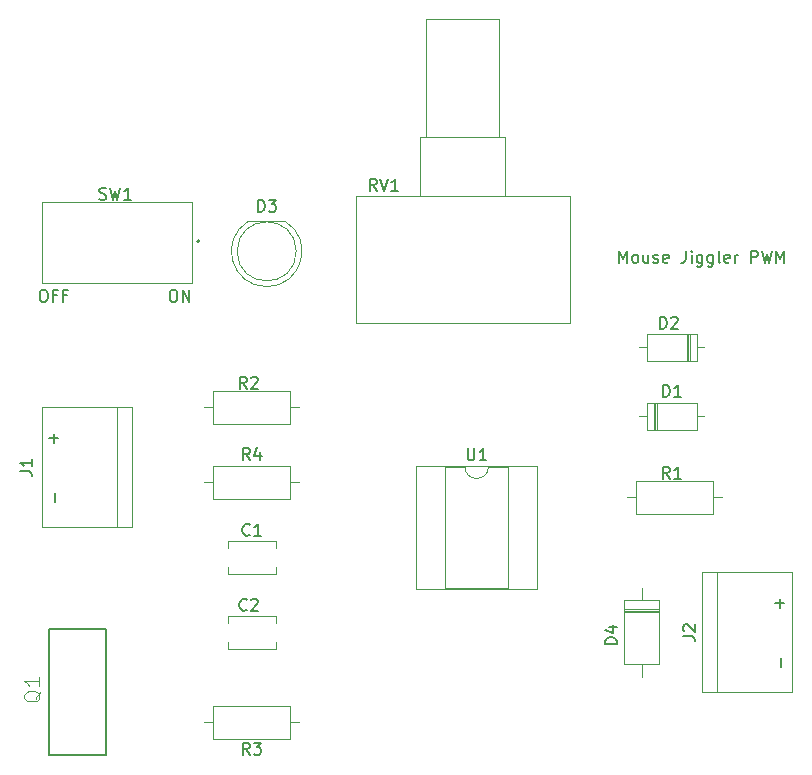
<source format=gto>
%TF.GenerationSoftware,KiCad,Pcbnew,(5.1.9)-1*%
%TF.CreationDate,2022-05-29T14:43:03-04:00*%
%TF.ProjectId,mouse-jiggler,6d6f7573-652d-46a6-9967-676c65722e6b,rev?*%
%TF.SameCoordinates,Original*%
%TF.FileFunction,Legend,Top*%
%TF.FilePolarity,Positive*%
%FSLAX46Y46*%
G04 Gerber Fmt 4.6, Leading zero omitted, Abs format (unit mm)*
G04 Created by KiCad (PCBNEW (5.1.9)-1) date 2022-05-29 14:43:03*
%MOMM*%
%LPD*%
G01*
G04 APERTURE LIST*
%ADD10C,0.150000*%
%ADD11C,0.200000*%
%ADD12C,0.100000*%
%ADD13C,0.120000*%
%ADD14C,2.775000*%
%ADD15C,2.200000*%
%ADD16R,2.070000X2.070000*%
%ADD17C,2.070000*%
%ADD18C,1.600000*%
%ADD19R,1.600000X1.600000*%
%ADD20O,1.600000X1.600000*%
%ADD21R,1.800000X1.800000*%
%ADD22C,1.800000*%
%ADD23R,2.200000X2.200000*%
%ADD24O,2.200000X2.200000*%
%ADD25R,3.000000X3.000000*%
%ADD26C,3.000000*%
%ADD27C,2.340000*%
G04 APERTURE END LIST*
D10*
X115633619Y-82764380D02*
X115824095Y-82764380D01*
X115919333Y-82812000D01*
X116014571Y-82907238D01*
X116062190Y-83097714D01*
X116062190Y-83431047D01*
X116014571Y-83621523D01*
X115919333Y-83716761D01*
X115824095Y-83764380D01*
X115633619Y-83764380D01*
X115538380Y-83716761D01*
X115443142Y-83621523D01*
X115395523Y-83431047D01*
X115395523Y-83097714D01*
X115443142Y-82907238D01*
X115538380Y-82812000D01*
X115633619Y-82764380D01*
X116824095Y-83240571D02*
X116490761Y-83240571D01*
X116490761Y-83764380D02*
X116490761Y-82764380D01*
X116966952Y-82764380D01*
X117681238Y-83240571D02*
X117347904Y-83240571D01*
X117347904Y-83764380D02*
X117347904Y-82764380D01*
X117824095Y-82764380D01*
X126634952Y-82764380D02*
X126825428Y-82764380D01*
X126920666Y-82812000D01*
X127015904Y-82907238D01*
X127063523Y-83097714D01*
X127063523Y-83431047D01*
X127015904Y-83621523D01*
X126920666Y-83716761D01*
X126825428Y-83764380D01*
X126634952Y-83764380D01*
X126539714Y-83716761D01*
X126444476Y-83621523D01*
X126396857Y-83431047D01*
X126396857Y-83097714D01*
X126444476Y-82907238D01*
X126539714Y-82812000D01*
X126634952Y-82764380D01*
X127492095Y-83764380D02*
X127492095Y-82764380D01*
X128063523Y-83764380D01*
X128063523Y-82764380D01*
X116657428Y-100710952D02*
X116657428Y-99949047D01*
X116205047Y-95321428D02*
X116966952Y-95321428D01*
X116586000Y-95702380D02*
X116586000Y-94940476D01*
X178125428Y-114680952D02*
X178125428Y-113919047D01*
X177673047Y-109291428D02*
X178434952Y-109291428D01*
X178054000Y-109672380D02*
X178054000Y-108910476D01*
X164450000Y-80462380D02*
X164450000Y-79462380D01*
X164783333Y-80176666D01*
X165116666Y-79462380D01*
X165116666Y-80462380D01*
X165735714Y-80462380D02*
X165640476Y-80414761D01*
X165592857Y-80367142D01*
X165545238Y-80271904D01*
X165545238Y-79986190D01*
X165592857Y-79890952D01*
X165640476Y-79843333D01*
X165735714Y-79795714D01*
X165878571Y-79795714D01*
X165973809Y-79843333D01*
X166021428Y-79890952D01*
X166069047Y-79986190D01*
X166069047Y-80271904D01*
X166021428Y-80367142D01*
X165973809Y-80414761D01*
X165878571Y-80462380D01*
X165735714Y-80462380D01*
X166926190Y-79795714D02*
X166926190Y-80462380D01*
X166497619Y-79795714D02*
X166497619Y-80319523D01*
X166545238Y-80414761D01*
X166640476Y-80462380D01*
X166783333Y-80462380D01*
X166878571Y-80414761D01*
X166926190Y-80367142D01*
X167354761Y-80414761D02*
X167450000Y-80462380D01*
X167640476Y-80462380D01*
X167735714Y-80414761D01*
X167783333Y-80319523D01*
X167783333Y-80271904D01*
X167735714Y-80176666D01*
X167640476Y-80129047D01*
X167497619Y-80129047D01*
X167402380Y-80081428D01*
X167354761Y-79986190D01*
X167354761Y-79938571D01*
X167402380Y-79843333D01*
X167497619Y-79795714D01*
X167640476Y-79795714D01*
X167735714Y-79843333D01*
X168592857Y-80414761D02*
X168497619Y-80462380D01*
X168307142Y-80462380D01*
X168211904Y-80414761D01*
X168164285Y-80319523D01*
X168164285Y-79938571D01*
X168211904Y-79843333D01*
X168307142Y-79795714D01*
X168497619Y-79795714D01*
X168592857Y-79843333D01*
X168640476Y-79938571D01*
X168640476Y-80033809D01*
X168164285Y-80129047D01*
X170116666Y-79462380D02*
X170116666Y-80176666D01*
X170069047Y-80319523D01*
X169973809Y-80414761D01*
X169830952Y-80462380D01*
X169735714Y-80462380D01*
X170592857Y-80462380D02*
X170592857Y-79795714D01*
X170592857Y-79462380D02*
X170545238Y-79510000D01*
X170592857Y-79557619D01*
X170640476Y-79510000D01*
X170592857Y-79462380D01*
X170592857Y-79557619D01*
X171497619Y-79795714D02*
X171497619Y-80605238D01*
X171450000Y-80700476D01*
X171402380Y-80748095D01*
X171307142Y-80795714D01*
X171164285Y-80795714D01*
X171069047Y-80748095D01*
X171497619Y-80414761D02*
X171402380Y-80462380D01*
X171211904Y-80462380D01*
X171116666Y-80414761D01*
X171069047Y-80367142D01*
X171021428Y-80271904D01*
X171021428Y-79986190D01*
X171069047Y-79890952D01*
X171116666Y-79843333D01*
X171211904Y-79795714D01*
X171402380Y-79795714D01*
X171497619Y-79843333D01*
X172402380Y-79795714D02*
X172402380Y-80605238D01*
X172354761Y-80700476D01*
X172307142Y-80748095D01*
X172211904Y-80795714D01*
X172069047Y-80795714D01*
X171973809Y-80748095D01*
X172402380Y-80414761D02*
X172307142Y-80462380D01*
X172116666Y-80462380D01*
X172021428Y-80414761D01*
X171973809Y-80367142D01*
X171926190Y-80271904D01*
X171926190Y-79986190D01*
X171973809Y-79890952D01*
X172021428Y-79843333D01*
X172116666Y-79795714D01*
X172307142Y-79795714D01*
X172402380Y-79843333D01*
X173021428Y-80462380D02*
X172926190Y-80414761D01*
X172878571Y-80319523D01*
X172878571Y-79462380D01*
X173783333Y-80414761D02*
X173688095Y-80462380D01*
X173497619Y-80462380D01*
X173402380Y-80414761D01*
X173354761Y-80319523D01*
X173354761Y-79938571D01*
X173402380Y-79843333D01*
X173497619Y-79795714D01*
X173688095Y-79795714D01*
X173783333Y-79843333D01*
X173830952Y-79938571D01*
X173830952Y-80033809D01*
X173354761Y-80129047D01*
X174259523Y-80462380D02*
X174259523Y-79795714D01*
X174259523Y-79986190D02*
X174307142Y-79890952D01*
X174354761Y-79843333D01*
X174450000Y-79795714D01*
X174545238Y-79795714D01*
X175640476Y-80462380D02*
X175640476Y-79462380D01*
X176021428Y-79462380D01*
X176116666Y-79510000D01*
X176164285Y-79557619D01*
X176211904Y-79652857D01*
X176211904Y-79795714D01*
X176164285Y-79890952D01*
X176116666Y-79938571D01*
X176021428Y-79986190D01*
X175640476Y-79986190D01*
X176545238Y-79462380D02*
X176783333Y-80462380D01*
X176973809Y-79748095D01*
X177164285Y-80462380D01*
X177402380Y-79462380D01*
X177783333Y-80462380D02*
X177783333Y-79462380D01*
X178116666Y-80176666D01*
X178450000Y-79462380D01*
X178450000Y-80462380D01*
D11*
%TO.C,SW1*%
X128820000Y-78740000D02*
G75*
G03*
X128820000Y-78540000I0J100000D01*
G01*
X128820000Y-78540000D02*
G75*
G03*
X128820000Y-78740000I0J-100000D01*
G01*
D12*
X128270000Y-82170000D02*
X115570000Y-82170000D01*
X115570000Y-82170000D02*
X115570000Y-75310000D01*
X115570000Y-75310000D02*
X128270000Y-75310000D01*
X128270000Y-75310000D02*
X128270000Y-82170000D01*
D11*
X128820000Y-78740000D02*
X128820000Y-78740000D01*
X128820000Y-78540000D02*
X128820000Y-78540000D01*
%TO.C,Q1*%
X120985000Y-111505000D02*
X116155000Y-111505000D01*
X116155000Y-111505000D02*
X116155000Y-122175000D01*
X116155000Y-122175000D02*
X119380000Y-122175000D01*
X120985000Y-111505000D02*
X120985000Y-122130000D01*
X119380000Y-122175000D02*
X120985000Y-122175000D01*
D13*
%TO.C,C1*%
X135390000Y-106830000D02*
X131350000Y-106830000D01*
X135390000Y-103990000D02*
X131350000Y-103990000D01*
X135390000Y-106830000D02*
X135390000Y-106205000D01*
X135390000Y-104615000D02*
X135390000Y-103990000D01*
X131350000Y-106830000D02*
X131350000Y-106205000D01*
X131350000Y-104615000D02*
X131350000Y-103990000D01*
%TO.C,C2*%
X131350000Y-110965000D02*
X131350000Y-110340000D01*
X131350000Y-113180000D02*
X131350000Y-112555000D01*
X135390000Y-110965000D02*
X135390000Y-110340000D01*
X135390000Y-113180000D02*
X135390000Y-112555000D01*
X135390000Y-110340000D02*
X131350000Y-110340000D01*
X135390000Y-113180000D02*
X131350000Y-113180000D01*
%TO.C,D1*%
X166790000Y-92352000D02*
X166790000Y-94592000D01*
X166790000Y-94592000D02*
X171030000Y-94592000D01*
X171030000Y-94592000D02*
X171030000Y-92352000D01*
X171030000Y-92352000D02*
X166790000Y-92352000D01*
X166140000Y-93472000D02*
X166790000Y-93472000D01*
X171680000Y-93472000D02*
X171030000Y-93472000D01*
X167510000Y-92352000D02*
X167510000Y-94592000D01*
X167630000Y-92352000D02*
X167630000Y-94592000D01*
X167390000Y-92352000D02*
X167390000Y-94592000D01*
%TO.C,D2*%
X170430000Y-88750000D02*
X170430000Y-86510000D01*
X170190000Y-88750000D02*
X170190000Y-86510000D01*
X170310000Y-88750000D02*
X170310000Y-86510000D01*
X166140000Y-87630000D02*
X166790000Y-87630000D01*
X171680000Y-87630000D02*
X171030000Y-87630000D01*
X166790000Y-88750000D02*
X171030000Y-88750000D01*
X166790000Y-86510000D02*
X166790000Y-88750000D01*
X171030000Y-86510000D02*
X166790000Y-86510000D01*
X171030000Y-88750000D02*
X171030000Y-86510000D01*
%TO.C,D3*%
X137120000Y-79502000D02*
G75*
G03*
X137120000Y-79502000I-2500000J0D01*
G01*
X136165000Y-76942000D02*
X133075000Y-76942000D01*
X134619538Y-82492000D02*
G75*
G03*
X136164830Y-76942000I462J2990000D01*
G01*
X134620462Y-82492000D02*
G75*
G02*
X133075170Y-76942000I-462J2990000D01*
G01*
%TO.C,D4*%
X167840000Y-109040000D02*
X164900000Y-109040000D01*
X164900000Y-109040000D02*
X164900000Y-114480000D01*
X164900000Y-114480000D02*
X167840000Y-114480000D01*
X167840000Y-114480000D02*
X167840000Y-109040000D01*
X166370000Y-108020000D02*
X166370000Y-109040000D01*
X166370000Y-115500000D02*
X166370000Y-114480000D01*
X167840000Y-109940000D02*
X164900000Y-109940000D01*
X167840000Y-110060000D02*
X164900000Y-110060000D01*
X167840000Y-109820000D02*
X164900000Y-109820000D01*
%TO.C,J1*%
X121920000Y-92710000D02*
X121920000Y-102870000D01*
X123190000Y-92710000D02*
X115570000Y-92710000D01*
X115570000Y-92710000D02*
X115570000Y-102870000D01*
X115570000Y-102870000D02*
X123190000Y-102870000D01*
X123190000Y-102870000D02*
X123190000Y-92710000D01*
%TO.C,J2*%
X171450000Y-106680000D02*
X171450000Y-116840000D01*
X179070000Y-106680000D02*
X171450000Y-106680000D01*
X179070000Y-116840000D02*
X179070000Y-106680000D01*
X171450000Y-116840000D02*
X179070000Y-116840000D01*
X172720000Y-116840000D02*
X172720000Y-106680000D01*
%TO.C,R1*%
X165124000Y-100330000D02*
X165894000Y-100330000D01*
X173204000Y-100330000D02*
X172434000Y-100330000D01*
X165894000Y-101700000D02*
X172434000Y-101700000D01*
X165894000Y-98960000D02*
X165894000Y-101700000D01*
X172434000Y-98960000D02*
X165894000Y-98960000D01*
X172434000Y-101700000D02*
X172434000Y-98960000D01*
%TO.C,R2*%
X136620000Y-94080000D02*
X136620000Y-91340000D01*
X136620000Y-91340000D02*
X130080000Y-91340000D01*
X130080000Y-91340000D02*
X130080000Y-94080000D01*
X130080000Y-94080000D02*
X136620000Y-94080000D01*
X137390000Y-92710000D02*
X136620000Y-92710000D01*
X129310000Y-92710000D02*
X130080000Y-92710000D01*
%TO.C,R3*%
X137390000Y-119380000D02*
X136620000Y-119380000D01*
X129310000Y-119380000D02*
X130080000Y-119380000D01*
X136620000Y-118010000D02*
X130080000Y-118010000D01*
X136620000Y-120750000D02*
X136620000Y-118010000D01*
X130080000Y-120750000D02*
X136620000Y-120750000D01*
X130080000Y-118010000D02*
X130080000Y-120750000D01*
%TO.C,R4*%
X130080000Y-97690000D02*
X130080000Y-100430000D01*
X130080000Y-100430000D02*
X136620000Y-100430000D01*
X136620000Y-100430000D02*
X136620000Y-97690000D01*
X136620000Y-97690000D02*
X130080000Y-97690000D01*
X129310000Y-99060000D02*
X130080000Y-99060000D01*
X137390000Y-99060000D02*
X136620000Y-99060000D01*
%TO.C,RV1*%
X142140000Y-85560000D02*
X142140000Y-74820000D01*
X160280000Y-85560000D02*
X160280000Y-74820000D01*
X142140000Y-85560000D02*
X160280000Y-85560000D01*
X142140000Y-74820000D02*
X160280000Y-74820000D01*
X147590000Y-74820000D02*
X147590000Y-69820000D01*
X154830000Y-74820000D02*
X154830000Y-69820000D01*
X147590000Y-74820000D02*
X154830000Y-74820000D01*
X147590000Y-69820000D02*
X154830000Y-69820000D01*
X148090000Y-69820000D02*
X148090000Y-59820000D01*
X154331000Y-69820000D02*
X154331000Y-59820000D01*
X148090000Y-69820000D02*
X154331000Y-69820000D01*
X148090000Y-59820000D02*
X154331000Y-59820000D01*
%TO.C,U1*%
X151400000Y-97730000D02*
X149750000Y-97730000D01*
X149750000Y-97730000D02*
X149750000Y-108010000D01*
X149750000Y-108010000D02*
X155050000Y-108010000D01*
X155050000Y-108010000D02*
X155050000Y-97730000D01*
X155050000Y-97730000D02*
X153400000Y-97730000D01*
X147260000Y-97670000D02*
X147260000Y-108070000D01*
X147260000Y-108070000D02*
X157540000Y-108070000D01*
X157540000Y-108070000D02*
X157540000Y-97670000D01*
X157540000Y-97670000D02*
X147260000Y-97670000D01*
X153400000Y-97730000D02*
G75*
G02*
X151400000Y-97730000I-1000000J0D01*
G01*
%TO.C,SW1*%
D10*
X120462635Y-75080761D02*
X120605492Y-75128380D01*
X120843588Y-75128380D01*
X120938826Y-75080761D01*
X120986445Y-75033142D01*
X121034064Y-74937904D01*
X121034064Y-74842666D01*
X120986445Y-74747428D01*
X120938826Y-74699809D01*
X120843588Y-74652190D01*
X120653111Y-74604571D01*
X120557873Y-74556952D01*
X120510254Y-74509333D01*
X120462635Y-74414095D01*
X120462635Y-74318857D01*
X120510254Y-74223619D01*
X120557873Y-74176000D01*
X120653111Y-74128380D01*
X120891207Y-74128380D01*
X121034064Y-74176000D01*
X121367397Y-74128380D02*
X121605492Y-75128380D01*
X121795969Y-74414095D01*
X121986445Y-75128380D01*
X122224540Y-74128380D01*
X123129302Y-75128380D02*
X122557873Y-75128380D01*
X122843588Y-75128380D02*
X122843588Y-74128380D01*
X122748349Y-74271238D01*
X122653111Y-74366476D01*
X122557873Y-74414095D01*
%TO.C,Q1*%
D12*
X115503476Y-116706952D02*
X115443000Y-116827904D01*
X115322047Y-116948857D01*
X115140619Y-117130285D01*
X115080142Y-117251238D01*
X115080142Y-117372190D01*
X115382523Y-117311714D02*
X115322047Y-117432666D01*
X115201095Y-117553619D01*
X114959190Y-117614095D01*
X114535857Y-117614095D01*
X114293952Y-117553619D01*
X114173000Y-117432666D01*
X114112523Y-117311714D01*
X114112523Y-117069809D01*
X114173000Y-116948857D01*
X114293952Y-116827904D01*
X114535857Y-116767428D01*
X114959190Y-116767428D01*
X115201095Y-116827904D01*
X115322047Y-116948857D01*
X115382523Y-117069809D01*
X115382523Y-117311714D01*
X115382523Y-115557904D02*
X115382523Y-116283619D01*
X115382523Y-115920761D02*
X114112523Y-115920761D01*
X114293952Y-116041714D01*
X114414904Y-116162666D01*
X114475380Y-116283619D01*
%TO.C,C1*%
D10*
X133183333Y-103481142D02*
X133135714Y-103528761D01*
X132992857Y-103576380D01*
X132897619Y-103576380D01*
X132754761Y-103528761D01*
X132659523Y-103433523D01*
X132611904Y-103338285D01*
X132564285Y-103147809D01*
X132564285Y-103004952D01*
X132611904Y-102814476D01*
X132659523Y-102719238D01*
X132754761Y-102624000D01*
X132897619Y-102576380D01*
X132992857Y-102576380D01*
X133135714Y-102624000D01*
X133183333Y-102671619D01*
X134135714Y-103576380D02*
X133564285Y-103576380D01*
X133850000Y-103576380D02*
X133850000Y-102576380D01*
X133754761Y-102719238D01*
X133659523Y-102814476D01*
X133564285Y-102862095D01*
%TO.C,C2*%
X132929333Y-109831142D02*
X132881714Y-109878761D01*
X132738857Y-109926380D01*
X132643619Y-109926380D01*
X132500761Y-109878761D01*
X132405523Y-109783523D01*
X132357904Y-109688285D01*
X132310285Y-109497809D01*
X132310285Y-109354952D01*
X132357904Y-109164476D01*
X132405523Y-109069238D01*
X132500761Y-108974000D01*
X132643619Y-108926380D01*
X132738857Y-108926380D01*
X132881714Y-108974000D01*
X132929333Y-109021619D01*
X133310285Y-109021619D02*
X133357904Y-108974000D01*
X133453142Y-108926380D01*
X133691238Y-108926380D01*
X133786476Y-108974000D01*
X133834095Y-109021619D01*
X133881714Y-109116857D01*
X133881714Y-109212095D01*
X133834095Y-109354952D01*
X133262666Y-109926380D01*
X133881714Y-109926380D01*
%TO.C,D1*%
X168171904Y-91804380D02*
X168171904Y-90804380D01*
X168410000Y-90804380D01*
X168552857Y-90852000D01*
X168648095Y-90947238D01*
X168695714Y-91042476D01*
X168743333Y-91232952D01*
X168743333Y-91375809D01*
X168695714Y-91566285D01*
X168648095Y-91661523D01*
X168552857Y-91756761D01*
X168410000Y-91804380D01*
X168171904Y-91804380D01*
X169695714Y-91804380D02*
X169124285Y-91804380D01*
X169410000Y-91804380D02*
X169410000Y-90804380D01*
X169314761Y-90947238D01*
X169219523Y-91042476D01*
X169124285Y-91090095D01*
%TO.C,D2*%
X167917904Y-86050380D02*
X167917904Y-85050380D01*
X168156000Y-85050380D01*
X168298857Y-85098000D01*
X168394095Y-85193238D01*
X168441714Y-85288476D01*
X168489333Y-85478952D01*
X168489333Y-85621809D01*
X168441714Y-85812285D01*
X168394095Y-85907523D01*
X168298857Y-86002761D01*
X168156000Y-86050380D01*
X167917904Y-86050380D01*
X168870285Y-85145619D02*
X168917904Y-85098000D01*
X169013142Y-85050380D01*
X169251238Y-85050380D01*
X169346476Y-85098000D01*
X169394095Y-85145619D01*
X169441714Y-85240857D01*
X169441714Y-85336095D01*
X169394095Y-85478952D01*
X168822666Y-86050380D01*
X169441714Y-86050380D01*
%TO.C,D3*%
X133881904Y-76144380D02*
X133881904Y-75144380D01*
X134120000Y-75144380D01*
X134262857Y-75192000D01*
X134358095Y-75287238D01*
X134405714Y-75382476D01*
X134453333Y-75572952D01*
X134453333Y-75715809D01*
X134405714Y-75906285D01*
X134358095Y-76001523D01*
X134262857Y-76096761D01*
X134120000Y-76144380D01*
X133881904Y-76144380D01*
X134786666Y-75144380D02*
X135405714Y-75144380D01*
X135072380Y-75525333D01*
X135215238Y-75525333D01*
X135310476Y-75572952D01*
X135358095Y-75620571D01*
X135405714Y-75715809D01*
X135405714Y-75953904D01*
X135358095Y-76049142D01*
X135310476Y-76096761D01*
X135215238Y-76144380D01*
X134929523Y-76144380D01*
X134834285Y-76096761D01*
X134786666Y-76049142D01*
%TO.C,D4*%
X164282380Y-112752095D02*
X163282380Y-112752095D01*
X163282380Y-112514000D01*
X163330000Y-112371142D01*
X163425238Y-112275904D01*
X163520476Y-112228285D01*
X163710952Y-112180666D01*
X163853809Y-112180666D01*
X164044285Y-112228285D01*
X164139523Y-112275904D01*
X164234761Y-112371142D01*
X164282380Y-112514000D01*
X164282380Y-112752095D01*
X163615714Y-111323523D02*
X164282380Y-111323523D01*
X163234761Y-111561619D02*
X163949047Y-111799714D01*
X163949047Y-111180666D01*
%TO.C,J1*%
X113752380Y-98123333D02*
X114466666Y-98123333D01*
X114609523Y-98170952D01*
X114704761Y-98266190D01*
X114752380Y-98409047D01*
X114752380Y-98504285D01*
X114752380Y-97123333D02*
X114752380Y-97694761D01*
X114752380Y-97409047D02*
X113752380Y-97409047D01*
X113895238Y-97504285D01*
X113990476Y-97599523D01*
X114038095Y-97694761D01*
%TO.C,J2*%
X169886380Y-112093333D02*
X170600666Y-112093333D01*
X170743523Y-112140952D01*
X170838761Y-112236190D01*
X170886380Y-112379047D01*
X170886380Y-112474285D01*
X169981619Y-111664761D02*
X169934000Y-111617142D01*
X169886380Y-111521904D01*
X169886380Y-111283809D01*
X169934000Y-111188571D01*
X169981619Y-111140952D01*
X170076857Y-111093333D01*
X170172095Y-111093333D01*
X170314952Y-111140952D01*
X170886380Y-111712380D01*
X170886380Y-111093333D01*
%TO.C,R1*%
X168743333Y-98750380D02*
X168410000Y-98274190D01*
X168171904Y-98750380D02*
X168171904Y-97750380D01*
X168552857Y-97750380D01*
X168648095Y-97798000D01*
X168695714Y-97845619D01*
X168743333Y-97940857D01*
X168743333Y-98083714D01*
X168695714Y-98178952D01*
X168648095Y-98226571D01*
X168552857Y-98274190D01*
X168171904Y-98274190D01*
X169695714Y-98750380D02*
X169124285Y-98750380D01*
X169410000Y-98750380D02*
X169410000Y-97750380D01*
X169314761Y-97893238D01*
X169219523Y-97988476D01*
X169124285Y-98036095D01*
%TO.C,R2*%
X132929333Y-91130380D02*
X132596000Y-90654190D01*
X132357904Y-91130380D02*
X132357904Y-90130380D01*
X132738857Y-90130380D01*
X132834095Y-90178000D01*
X132881714Y-90225619D01*
X132929333Y-90320857D01*
X132929333Y-90463714D01*
X132881714Y-90558952D01*
X132834095Y-90606571D01*
X132738857Y-90654190D01*
X132357904Y-90654190D01*
X133310285Y-90225619D02*
X133357904Y-90178000D01*
X133453142Y-90130380D01*
X133691238Y-90130380D01*
X133786476Y-90178000D01*
X133834095Y-90225619D01*
X133881714Y-90320857D01*
X133881714Y-90416095D01*
X133834095Y-90558952D01*
X133262666Y-91130380D01*
X133881714Y-91130380D01*
%TO.C,R3*%
X133183333Y-122118380D02*
X132850000Y-121642190D01*
X132611904Y-122118380D02*
X132611904Y-121118380D01*
X132992857Y-121118380D01*
X133088095Y-121166000D01*
X133135714Y-121213619D01*
X133183333Y-121308857D01*
X133183333Y-121451714D01*
X133135714Y-121546952D01*
X133088095Y-121594571D01*
X132992857Y-121642190D01*
X132611904Y-121642190D01*
X133516666Y-121118380D02*
X134135714Y-121118380D01*
X133802380Y-121499333D01*
X133945238Y-121499333D01*
X134040476Y-121546952D01*
X134088095Y-121594571D01*
X134135714Y-121689809D01*
X134135714Y-121927904D01*
X134088095Y-122023142D01*
X134040476Y-122070761D01*
X133945238Y-122118380D01*
X133659523Y-122118380D01*
X133564285Y-122070761D01*
X133516666Y-122023142D01*
%TO.C,R4*%
X133183333Y-97142380D02*
X132850000Y-96666190D01*
X132611904Y-97142380D02*
X132611904Y-96142380D01*
X132992857Y-96142380D01*
X133088095Y-96190000D01*
X133135714Y-96237619D01*
X133183333Y-96332857D01*
X133183333Y-96475714D01*
X133135714Y-96570952D01*
X133088095Y-96618571D01*
X132992857Y-96666190D01*
X132611904Y-96666190D01*
X134040476Y-96475714D02*
X134040476Y-97142380D01*
X133802380Y-96094761D02*
X133564285Y-96809047D01*
X134183333Y-96809047D01*
%TO.C,RV1*%
X143930761Y-74366380D02*
X143597428Y-73890190D01*
X143359333Y-74366380D02*
X143359333Y-73366380D01*
X143740285Y-73366380D01*
X143835523Y-73414000D01*
X143883142Y-73461619D01*
X143930761Y-73556857D01*
X143930761Y-73699714D01*
X143883142Y-73794952D01*
X143835523Y-73842571D01*
X143740285Y-73890190D01*
X143359333Y-73890190D01*
X144216476Y-73366380D02*
X144549809Y-74366380D01*
X144883142Y-73366380D01*
X145740285Y-74366380D02*
X145168857Y-74366380D01*
X145454571Y-74366380D02*
X145454571Y-73366380D01*
X145359333Y-73509238D01*
X145264095Y-73604476D01*
X145168857Y-73652095D01*
%TO.C,U1*%
X151638095Y-96182380D02*
X151638095Y-96991904D01*
X151685714Y-97087142D01*
X151733333Y-97134761D01*
X151828571Y-97182380D01*
X152019047Y-97182380D01*
X152114285Y-97134761D01*
X152161904Y-97087142D01*
X152209523Y-96991904D01*
X152209523Y-96182380D01*
X153209523Y-97182380D02*
X152638095Y-97182380D01*
X152923809Y-97182380D02*
X152923809Y-96182380D01*
X152828571Y-96325238D01*
X152733333Y-96420476D01*
X152638095Y-96468095D01*
%TD*%
%LPC*%
D14*
%TO.C,SW1*%
X117220000Y-78740000D03*
X121920000Y-78740000D03*
X126620000Y-78740000D03*
%TD*%
D15*
%TO.C,REF\u002A\u002A*%
X178562000Y-75438000D03*
%TD*%
%TO.C,REF\u002A\u002A*%
X116078000Y-107442000D03*
%TD*%
%TO.C,REF\u002A\u002A*%
X178562000Y-121412000D03*
%TD*%
D16*
%TO.C,Q1*%
X119380000Y-119380000D03*
D17*
X119380000Y-116840000D03*
X119380000Y-114300000D03*
%TD*%
D18*
%TO.C,C1*%
X134620000Y-105410000D03*
X132120000Y-105410000D03*
%TD*%
%TO.C,C2*%
X132120000Y-111760000D03*
X134620000Y-111760000D03*
%TD*%
D19*
%TO.C,D1*%
X165100000Y-93472000D03*
D20*
X172720000Y-93472000D03*
%TD*%
%TO.C,D2*%
X165100000Y-87630000D03*
D19*
X172720000Y-87630000D03*
%TD*%
D21*
%TO.C,D3*%
X134620000Y-78232000D03*
D22*
X134620000Y-80772000D03*
%TD*%
D23*
%TO.C,D4*%
X166370000Y-106680000D03*
D24*
X166370000Y-116840000D03*
%TD*%
D25*
%TO.C,J1*%
X119380000Y-100330000D03*
D26*
X119380000Y-95250000D03*
%TD*%
%TO.C,J2*%
X175260000Y-114300000D03*
D25*
X175260000Y-109220000D03*
%TD*%
D20*
%TO.C,R1*%
X164084000Y-100330000D03*
D18*
X174244000Y-100330000D03*
%TD*%
%TO.C,R2*%
X138430000Y-92710000D03*
D20*
X128270000Y-92710000D03*
%TD*%
%TO.C,R3*%
X138430000Y-119380000D03*
D18*
X128270000Y-119380000D03*
%TD*%
%TO.C,R4*%
X128270000Y-99060000D03*
D20*
X138430000Y-99060000D03*
%TD*%
D27*
%TO.C,RV1*%
X146210000Y-78740000D03*
X151210000Y-78740000D03*
X156210000Y-78740000D03*
%TD*%
D19*
%TO.C,U1*%
X148590000Y-99060000D03*
D20*
X156210000Y-106680000D03*
X148590000Y-101600000D03*
X156210000Y-104140000D03*
X148590000Y-104140000D03*
X156210000Y-101600000D03*
X148590000Y-106680000D03*
X156210000Y-99060000D03*
%TD*%
M02*

</source>
